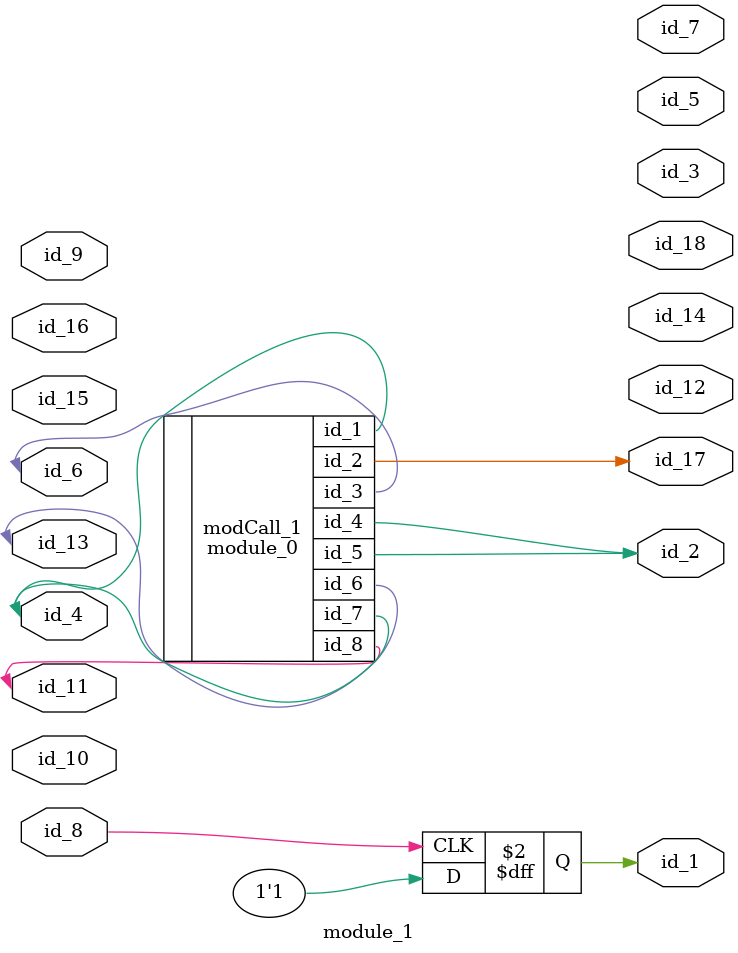
<source format=v>
module module_0 (
    id_1,
    id_2,
    id_3,
    id_4,
    id_5,
    id_6,
    id_7,
    id_8
);
  inout wire id_8;
  inout wire id_7;
  inout wire id_6;
  output wire id_5;
  output wire id_4;
  inout wire id_3;
  output wire id_2;
  inout wire id_1;
  wire id_9;
  wire id_10;
  wire id_11;
endmodule
module module_1 (
    id_1,
    id_2,
    id_3,
    id_4,
    id_5,
    id_6,
    id_7,
    id_8,
    id_9,
    id_10,
    id_11,
    id_12,
    id_13,
    id_14,
    id_15,
    id_16,
    id_17,
    id_18
);
  output wire id_18;
  output wire id_17;
  inout wire id_16;
  input wire id_15;
  output wire id_14;
  inout wire id_13;
  output wire id_12;
  inout wire id_11;
  inout wire id_10;
  input wire id_9;
  inout wire id_8;
  output wire id_7;
  inout wire id_6;
  output wire id_5;
  inout wire id_4;
  output wire id_3;
  output wire id_2;
  output wire id_1;
  always @(posedge id_8) begin : LABEL_0
    id_1 <= 1;
    $display(1);
  end
  module_0 modCall_1 (
      id_4,
      id_17,
      id_6,
      id_2,
      id_2,
      id_13,
      id_4,
      id_11
  );
endmodule

</source>
